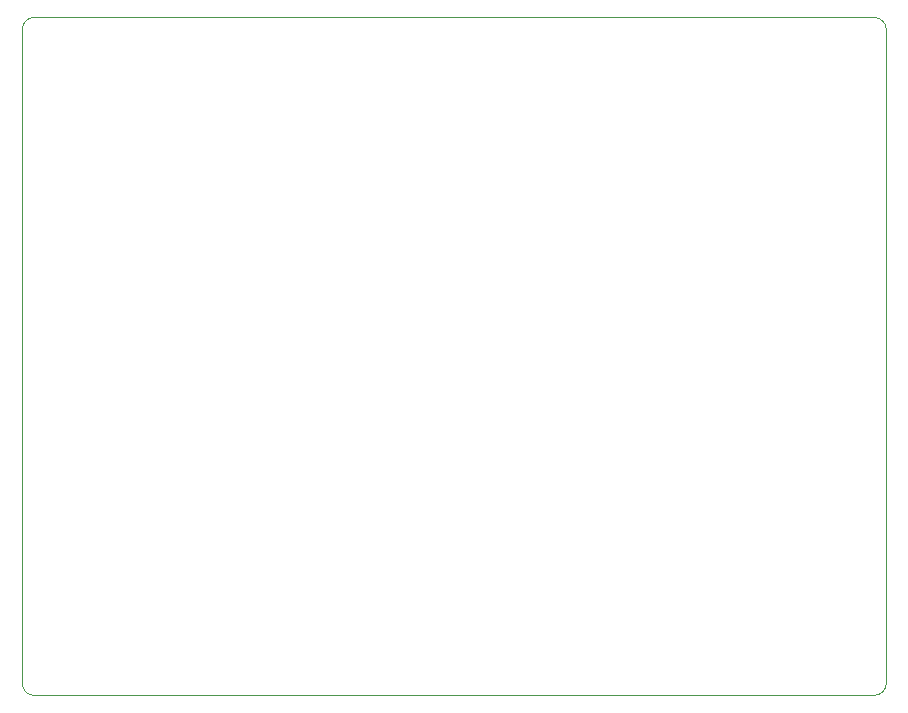
<source format=gbr>
%TF.GenerationSoftware,KiCad,Pcbnew,7.0.2-27-g7a50654f3b*%
%TF.CreationDate,2023-06-01T09:40:15-07:00*%
%TF.ProjectId,14_pin_pmt_Rev2,31345f70-696e-45f7-906d-745f52657632,rev?*%
%TF.SameCoordinates,Original*%
%TF.FileFunction,Profile,NP*%
%FSLAX46Y46*%
G04 Gerber Fmt 4.6, Leading zero omitted, Abs format (unit mm)*
G04 Created by KiCad (PCBNEW 7.0.2-27-g7a50654f3b) date 2023-06-01 09:40:15*
%MOMM*%
%LPD*%
G01*
G04 APERTURE LIST*
%TA.AperFunction,Profile*%
%ADD10C,0.100000*%
%TD*%
G04 APERTURE END LIST*
D10*
X125476000Y-64516000D02*
X125476000Y-119888000D01*
X197612000Y-63500000D02*
X126492000Y-63500000D01*
X125476000Y-119888000D02*
G75*
G03*
X126492000Y-120904000I1016000J0D01*
G01*
X126492000Y-63500000D02*
G75*
G03*
X125476000Y-64516000I0J-1016000D01*
G01*
X126492000Y-120904000D02*
X197612000Y-120904000D01*
X198628000Y-119888000D02*
X198628000Y-64516000D01*
X197612000Y-120904000D02*
G75*
G03*
X198628000Y-119888000I0J1016000D01*
G01*
X198628000Y-64516000D02*
G75*
G03*
X197612000Y-63500000I-1016000J0D01*
G01*
M02*

</source>
